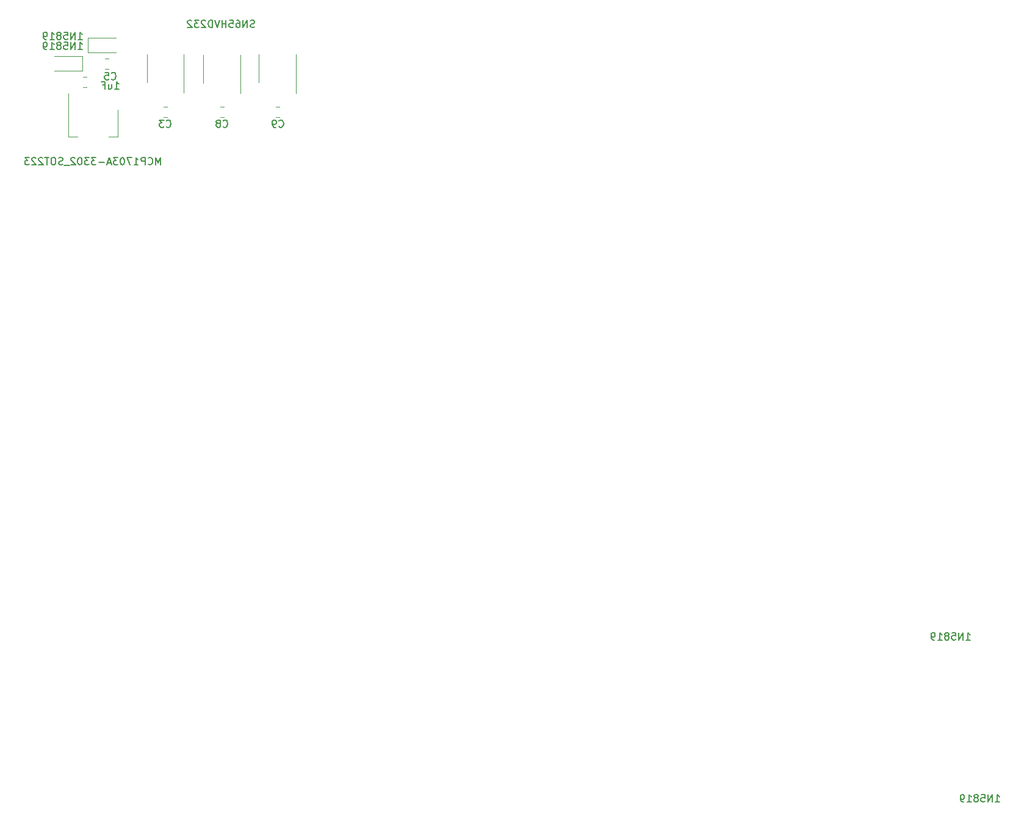
<source format=gbr>
G04 #@! TF.GenerationSoftware,KiCad,Pcbnew,5.1.5+dfsg1-2build2*
G04 #@! TF.CreationDate,2020-08-14T19:59:24+10:00*
G04 #@! TF.ProjectId,sid-board-v3_blocklayout,7369642d-626f-4617-9264-2d76335f626c,rev?*
G04 #@! TF.SameCoordinates,Original*
G04 #@! TF.FileFunction,Legend,Bot*
G04 #@! TF.FilePolarity,Positive*
%FSLAX46Y46*%
G04 Gerber Fmt 4.6, Leading zero omitted, Abs format (unit mm)*
G04 Created by KiCad (PCBNEW 5.1.5+dfsg1-2build2) date 2020-08-14 19:59:24*
%MOMM*%
%LPD*%
G04 APERTURE LIST*
%ADD10C,0.120000*%
%ADD11C,0.150000*%
G04 APERTURE END LIST*
D10*
X123734000Y-82661000D02*
X127634000Y-82661000D01*
X123734000Y-80661000D02*
X127634000Y-80661000D01*
X123734000Y-82661000D02*
X123734000Y-80661000D01*
X147506420Y-84861825D02*
X147506420Y-82911825D01*
X147506420Y-84861825D02*
X147506420Y-86811825D01*
X152626420Y-84861825D02*
X152626420Y-82911825D01*
X152626420Y-84861825D02*
X152626420Y-88311825D01*
X121079000Y-88363252D02*
X121079000Y-94373252D01*
X127899000Y-90613252D02*
X127899000Y-94373252D01*
X121079000Y-94373252D02*
X122339000Y-94373252D01*
X127899000Y-94373252D02*
X126639000Y-94373252D01*
X142105748Y-91642000D02*
X142628252Y-91642000D01*
X142105748Y-90222000D02*
X142628252Y-90222000D01*
X149852748Y-90222000D02*
X150375252Y-90222000D01*
X149852748Y-91642000D02*
X150375252Y-91642000D01*
X144911877Y-84907159D02*
X144911877Y-88357159D01*
X144911877Y-84907159D02*
X144911877Y-82957159D01*
X139791877Y-84907159D02*
X139791877Y-86857159D01*
X139791877Y-84907159D02*
X139791877Y-82957159D01*
X123027000Y-83201000D02*
X119127000Y-83201000D01*
X123027000Y-85201000D02*
X119127000Y-85201000D01*
X123027000Y-83201000D02*
X123027000Y-85201000D01*
X134231748Y-91642000D02*
X134754252Y-91642000D01*
X134231748Y-90222000D02*
X134754252Y-90222000D01*
X123055748Y-86031000D02*
X123578252Y-86031000D01*
X123055748Y-87451000D02*
X123578252Y-87451000D01*
X137071485Y-84836000D02*
X137071485Y-88286000D01*
X137071485Y-84836000D02*
X137071485Y-82886000D01*
X131951485Y-84836000D02*
X131951485Y-86786000D01*
X131951485Y-84836000D02*
X131951485Y-82886000D01*
X126626252Y-83491000D02*
X126103748Y-83491000D01*
X126626252Y-84911000D02*
X126103748Y-84911000D01*
D11*
X245601857Y-164155380D02*
X246173285Y-164155380D01*
X245887571Y-164155380D02*
X245887571Y-163155380D01*
X245982809Y-163298238D01*
X246078047Y-163393476D01*
X246173285Y-163441095D01*
X245173285Y-164155380D02*
X245173285Y-163155380D01*
X244601857Y-164155380D01*
X244601857Y-163155380D01*
X243649476Y-163155380D02*
X244125666Y-163155380D01*
X244173285Y-163631571D01*
X244125666Y-163583952D01*
X244030428Y-163536333D01*
X243792333Y-163536333D01*
X243697095Y-163583952D01*
X243649476Y-163631571D01*
X243601857Y-163726809D01*
X243601857Y-163964904D01*
X243649476Y-164060142D01*
X243697095Y-164107761D01*
X243792333Y-164155380D01*
X244030428Y-164155380D01*
X244125666Y-164107761D01*
X244173285Y-164060142D01*
X243030428Y-163583952D02*
X243125666Y-163536333D01*
X243173285Y-163488714D01*
X243220904Y-163393476D01*
X243220904Y-163345857D01*
X243173285Y-163250619D01*
X243125666Y-163203000D01*
X243030428Y-163155380D01*
X242839952Y-163155380D01*
X242744714Y-163203000D01*
X242697095Y-163250619D01*
X242649476Y-163345857D01*
X242649476Y-163393476D01*
X242697095Y-163488714D01*
X242744714Y-163536333D01*
X242839952Y-163583952D01*
X243030428Y-163583952D01*
X243125666Y-163631571D01*
X243173285Y-163679190D01*
X243220904Y-163774428D01*
X243220904Y-163964904D01*
X243173285Y-164060142D01*
X243125666Y-164107761D01*
X243030428Y-164155380D01*
X242839952Y-164155380D01*
X242744714Y-164107761D01*
X242697095Y-164060142D01*
X242649476Y-163964904D01*
X242649476Y-163774428D01*
X242697095Y-163679190D01*
X242744714Y-163631571D01*
X242839952Y-163583952D01*
X241697095Y-164155380D02*
X242268523Y-164155380D01*
X241982809Y-164155380D02*
X241982809Y-163155380D01*
X242078047Y-163298238D01*
X242173285Y-163393476D01*
X242268523Y-163441095D01*
X241220904Y-164155380D02*
X241030428Y-164155380D01*
X240935190Y-164107761D01*
X240887571Y-164060142D01*
X240792333Y-163917285D01*
X240744714Y-163726809D01*
X240744714Y-163345857D01*
X240792333Y-163250619D01*
X240839952Y-163203000D01*
X240935190Y-163155380D01*
X241125666Y-163155380D01*
X241220904Y-163203000D01*
X241268523Y-163250619D01*
X241316142Y-163345857D01*
X241316142Y-163583952D01*
X241268523Y-163679190D01*
X241220904Y-163726809D01*
X241125666Y-163774428D01*
X240935190Y-163774428D01*
X240839952Y-163726809D01*
X240792333Y-163679190D01*
X240744714Y-163583952D01*
X249665857Y-186634380D02*
X250237285Y-186634380D01*
X249951571Y-186634380D02*
X249951571Y-185634380D01*
X250046809Y-185777238D01*
X250142047Y-185872476D01*
X250237285Y-185920095D01*
X249237285Y-186634380D02*
X249237285Y-185634380D01*
X248665857Y-186634380D01*
X248665857Y-185634380D01*
X247713476Y-185634380D02*
X248189666Y-185634380D01*
X248237285Y-186110571D01*
X248189666Y-186062952D01*
X248094428Y-186015333D01*
X247856333Y-186015333D01*
X247761095Y-186062952D01*
X247713476Y-186110571D01*
X247665857Y-186205809D01*
X247665857Y-186443904D01*
X247713476Y-186539142D01*
X247761095Y-186586761D01*
X247856333Y-186634380D01*
X248094428Y-186634380D01*
X248189666Y-186586761D01*
X248237285Y-186539142D01*
X247094428Y-186062952D02*
X247189666Y-186015333D01*
X247237285Y-185967714D01*
X247284904Y-185872476D01*
X247284904Y-185824857D01*
X247237285Y-185729619D01*
X247189666Y-185682000D01*
X247094428Y-185634380D01*
X246903952Y-185634380D01*
X246808714Y-185682000D01*
X246761095Y-185729619D01*
X246713476Y-185824857D01*
X246713476Y-185872476D01*
X246761095Y-185967714D01*
X246808714Y-186015333D01*
X246903952Y-186062952D01*
X247094428Y-186062952D01*
X247189666Y-186110571D01*
X247237285Y-186158190D01*
X247284904Y-186253428D01*
X247284904Y-186443904D01*
X247237285Y-186539142D01*
X247189666Y-186586761D01*
X247094428Y-186634380D01*
X246903952Y-186634380D01*
X246808714Y-186586761D01*
X246761095Y-186539142D01*
X246713476Y-186443904D01*
X246713476Y-186253428D01*
X246761095Y-186158190D01*
X246808714Y-186110571D01*
X246903952Y-186062952D01*
X245761095Y-186634380D02*
X246332523Y-186634380D01*
X246046809Y-186634380D02*
X246046809Y-185634380D01*
X246142047Y-185777238D01*
X246237285Y-185872476D01*
X246332523Y-185920095D01*
X245284904Y-186634380D02*
X245094428Y-186634380D01*
X244999190Y-186586761D01*
X244951571Y-186539142D01*
X244856333Y-186396285D01*
X244808714Y-186205809D01*
X244808714Y-185824857D01*
X244856333Y-185729619D01*
X244903952Y-185682000D01*
X244999190Y-185634380D01*
X245189666Y-185634380D01*
X245284904Y-185682000D01*
X245332523Y-185729619D01*
X245380142Y-185824857D01*
X245380142Y-186062952D01*
X245332523Y-186158190D01*
X245284904Y-186205809D01*
X245189666Y-186253428D01*
X244999190Y-186253428D01*
X244903952Y-186205809D01*
X244856333Y-186158190D01*
X244808714Y-186062952D01*
X122411857Y-80843380D02*
X122983285Y-80843380D01*
X122697571Y-80843380D02*
X122697571Y-79843380D01*
X122792809Y-79986238D01*
X122888047Y-80081476D01*
X122983285Y-80129095D01*
X121983285Y-80843380D02*
X121983285Y-79843380D01*
X121411857Y-80843380D01*
X121411857Y-79843380D01*
X120459476Y-79843380D02*
X120935666Y-79843380D01*
X120983285Y-80319571D01*
X120935666Y-80271952D01*
X120840428Y-80224333D01*
X120602333Y-80224333D01*
X120507095Y-80271952D01*
X120459476Y-80319571D01*
X120411857Y-80414809D01*
X120411857Y-80652904D01*
X120459476Y-80748142D01*
X120507095Y-80795761D01*
X120602333Y-80843380D01*
X120840428Y-80843380D01*
X120935666Y-80795761D01*
X120983285Y-80748142D01*
X119840428Y-80271952D02*
X119935666Y-80224333D01*
X119983285Y-80176714D01*
X120030904Y-80081476D01*
X120030904Y-80033857D01*
X119983285Y-79938619D01*
X119935666Y-79891000D01*
X119840428Y-79843380D01*
X119649952Y-79843380D01*
X119554714Y-79891000D01*
X119507095Y-79938619D01*
X119459476Y-80033857D01*
X119459476Y-80081476D01*
X119507095Y-80176714D01*
X119554714Y-80224333D01*
X119649952Y-80271952D01*
X119840428Y-80271952D01*
X119935666Y-80319571D01*
X119983285Y-80367190D01*
X120030904Y-80462428D01*
X120030904Y-80652904D01*
X119983285Y-80748142D01*
X119935666Y-80795761D01*
X119840428Y-80843380D01*
X119649952Y-80843380D01*
X119554714Y-80795761D01*
X119507095Y-80748142D01*
X119459476Y-80652904D01*
X119459476Y-80462428D01*
X119507095Y-80367190D01*
X119554714Y-80319571D01*
X119649952Y-80271952D01*
X118507095Y-80843380D02*
X119078523Y-80843380D01*
X118792809Y-80843380D02*
X118792809Y-79843380D01*
X118888047Y-79986238D01*
X118983285Y-80081476D01*
X119078523Y-80129095D01*
X118030904Y-80843380D02*
X117840428Y-80843380D01*
X117745190Y-80795761D01*
X117697571Y-80748142D01*
X117602333Y-80605285D01*
X117554714Y-80414809D01*
X117554714Y-80033857D01*
X117602333Y-79938619D01*
X117649952Y-79891000D01*
X117745190Y-79843380D01*
X117935666Y-79843380D01*
X118030904Y-79891000D01*
X118078523Y-79938619D01*
X118126142Y-80033857D01*
X118126142Y-80271952D01*
X118078523Y-80367190D01*
X118030904Y-80414809D01*
X117935666Y-80462428D01*
X117745190Y-80462428D01*
X117649952Y-80414809D01*
X117602333Y-80367190D01*
X117554714Y-80271952D01*
X133840952Y-98242380D02*
X133840952Y-97242380D01*
X133507619Y-97956666D01*
X133174285Y-97242380D01*
X133174285Y-98242380D01*
X132126666Y-98147142D02*
X132174285Y-98194761D01*
X132317142Y-98242380D01*
X132412380Y-98242380D01*
X132555238Y-98194761D01*
X132650476Y-98099523D01*
X132698095Y-98004285D01*
X132745714Y-97813809D01*
X132745714Y-97670952D01*
X132698095Y-97480476D01*
X132650476Y-97385238D01*
X132555238Y-97290000D01*
X132412380Y-97242380D01*
X132317142Y-97242380D01*
X132174285Y-97290000D01*
X132126666Y-97337619D01*
X131698095Y-98242380D02*
X131698095Y-97242380D01*
X131317142Y-97242380D01*
X131221904Y-97290000D01*
X131174285Y-97337619D01*
X131126666Y-97432857D01*
X131126666Y-97575714D01*
X131174285Y-97670952D01*
X131221904Y-97718571D01*
X131317142Y-97766190D01*
X131698095Y-97766190D01*
X130174285Y-98242380D02*
X130745714Y-98242380D01*
X130460000Y-98242380D02*
X130460000Y-97242380D01*
X130555238Y-97385238D01*
X130650476Y-97480476D01*
X130745714Y-97528095D01*
X129840952Y-97242380D02*
X129174285Y-97242380D01*
X129602857Y-98242380D01*
X128602857Y-97242380D02*
X128507619Y-97242380D01*
X128412380Y-97290000D01*
X128364761Y-97337619D01*
X128317142Y-97432857D01*
X128269523Y-97623333D01*
X128269523Y-97861428D01*
X128317142Y-98051904D01*
X128364761Y-98147142D01*
X128412380Y-98194761D01*
X128507619Y-98242380D01*
X128602857Y-98242380D01*
X128698095Y-98194761D01*
X128745714Y-98147142D01*
X128793333Y-98051904D01*
X128840952Y-97861428D01*
X128840952Y-97623333D01*
X128793333Y-97432857D01*
X128745714Y-97337619D01*
X128698095Y-97290000D01*
X128602857Y-97242380D01*
X127936190Y-97242380D02*
X127317142Y-97242380D01*
X127650476Y-97623333D01*
X127507619Y-97623333D01*
X127412380Y-97670952D01*
X127364761Y-97718571D01*
X127317142Y-97813809D01*
X127317142Y-98051904D01*
X127364761Y-98147142D01*
X127412380Y-98194761D01*
X127507619Y-98242380D01*
X127793333Y-98242380D01*
X127888571Y-98194761D01*
X127936190Y-98147142D01*
X126936190Y-97956666D02*
X126460000Y-97956666D01*
X127031428Y-98242380D02*
X126698095Y-97242380D01*
X126364761Y-98242380D01*
X126031428Y-97861428D02*
X125269523Y-97861428D01*
X124888571Y-97242380D02*
X124269523Y-97242380D01*
X124602857Y-97623333D01*
X124460000Y-97623333D01*
X124364761Y-97670952D01*
X124317142Y-97718571D01*
X124269523Y-97813809D01*
X124269523Y-98051904D01*
X124317142Y-98147142D01*
X124364761Y-98194761D01*
X124460000Y-98242380D01*
X124745714Y-98242380D01*
X124840952Y-98194761D01*
X124888571Y-98147142D01*
X123936190Y-97242380D02*
X123317142Y-97242380D01*
X123650476Y-97623333D01*
X123507619Y-97623333D01*
X123412380Y-97670952D01*
X123364761Y-97718571D01*
X123317142Y-97813809D01*
X123317142Y-98051904D01*
X123364761Y-98147142D01*
X123412380Y-98194761D01*
X123507619Y-98242380D01*
X123793333Y-98242380D01*
X123888571Y-98194761D01*
X123936190Y-98147142D01*
X122698095Y-97242380D02*
X122602857Y-97242380D01*
X122507619Y-97290000D01*
X122460000Y-97337619D01*
X122412380Y-97432857D01*
X122364761Y-97623333D01*
X122364761Y-97861428D01*
X122412380Y-98051904D01*
X122460000Y-98147142D01*
X122507619Y-98194761D01*
X122602857Y-98242380D01*
X122698095Y-98242380D01*
X122793333Y-98194761D01*
X122840952Y-98147142D01*
X122888571Y-98051904D01*
X122936190Y-97861428D01*
X122936190Y-97623333D01*
X122888571Y-97432857D01*
X122840952Y-97337619D01*
X122793333Y-97290000D01*
X122698095Y-97242380D01*
X121983809Y-97337619D02*
X121936190Y-97290000D01*
X121840952Y-97242380D01*
X121602857Y-97242380D01*
X121507619Y-97290000D01*
X121460000Y-97337619D01*
X121412380Y-97432857D01*
X121412380Y-97528095D01*
X121460000Y-97670952D01*
X122031428Y-98242380D01*
X121412380Y-98242380D01*
X121221904Y-98337619D02*
X120460000Y-98337619D01*
X120269523Y-98194761D02*
X120126666Y-98242380D01*
X119888571Y-98242380D01*
X119793333Y-98194761D01*
X119745714Y-98147142D01*
X119698095Y-98051904D01*
X119698095Y-97956666D01*
X119745714Y-97861428D01*
X119793333Y-97813809D01*
X119888571Y-97766190D01*
X120079047Y-97718571D01*
X120174285Y-97670952D01*
X120221904Y-97623333D01*
X120269523Y-97528095D01*
X120269523Y-97432857D01*
X120221904Y-97337619D01*
X120174285Y-97290000D01*
X120079047Y-97242380D01*
X119840952Y-97242380D01*
X119698095Y-97290000D01*
X119079047Y-97242380D02*
X118888571Y-97242380D01*
X118793333Y-97290000D01*
X118698095Y-97385238D01*
X118650476Y-97575714D01*
X118650476Y-97909047D01*
X118698095Y-98099523D01*
X118793333Y-98194761D01*
X118888571Y-98242380D01*
X119079047Y-98242380D01*
X119174285Y-98194761D01*
X119269523Y-98099523D01*
X119317142Y-97909047D01*
X119317142Y-97575714D01*
X119269523Y-97385238D01*
X119174285Y-97290000D01*
X119079047Y-97242380D01*
X118364761Y-97242380D02*
X117793333Y-97242380D01*
X118079047Y-98242380D02*
X118079047Y-97242380D01*
X117507619Y-97337619D02*
X117460000Y-97290000D01*
X117364761Y-97242380D01*
X117126666Y-97242380D01*
X117031428Y-97290000D01*
X116983809Y-97337619D01*
X116936190Y-97432857D01*
X116936190Y-97528095D01*
X116983809Y-97670952D01*
X117555238Y-98242380D01*
X116936190Y-98242380D01*
X116555238Y-97337619D02*
X116507619Y-97290000D01*
X116412380Y-97242380D01*
X116174285Y-97242380D01*
X116079047Y-97290000D01*
X116031428Y-97337619D01*
X115983809Y-97432857D01*
X115983809Y-97528095D01*
X116031428Y-97670952D01*
X116602857Y-98242380D01*
X115983809Y-98242380D01*
X115650476Y-97242380D02*
X115031428Y-97242380D01*
X115364761Y-97623333D01*
X115221904Y-97623333D01*
X115126666Y-97670952D01*
X115079047Y-97718571D01*
X115031428Y-97813809D01*
X115031428Y-98051904D01*
X115079047Y-98147142D01*
X115126666Y-98194761D01*
X115221904Y-98242380D01*
X115507619Y-98242380D01*
X115602857Y-98194761D01*
X115650476Y-98147142D01*
X142533666Y-92940142D02*
X142581285Y-92987761D01*
X142724142Y-93035380D01*
X142819380Y-93035380D01*
X142962238Y-92987761D01*
X143057476Y-92892523D01*
X143105095Y-92797285D01*
X143152714Y-92606809D01*
X143152714Y-92463952D01*
X143105095Y-92273476D01*
X143057476Y-92178238D01*
X142962238Y-92083000D01*
X142819380Y-92035380D01*
X142724142Y-92035380D01*
X142581285Y-92083000D01*
X142533666Y-92130619D01*
X141962238Y-92463952D02*
X142057476Y-92416333D01*
X142105095Y-92368714D01*
X142152714Y-92273476D01*
X142152714Y-92225857D01*
X142105095Y-92130619D01*
X142057476Y-92083000D01*
X141962238Y-92035380D01*
X141771761Y-92035380D01*
X141676523Y-92083000D01*
X141628904Y-92130619D01*
X141581285Y-92225857D01*
X141581285Y-92273476D01*
X141628904Y-92368714D01*
X141676523Y-92416333D01*
X141771761Y-92463952D01*
X141962238Y-92463952D01*
X142057476Y-92511571D01*
X142105095Y-92559190D01*
X142152714Y-92654428D01*
X142152714Y-92844904D01*
X142105095Y-92940142D01*
X142057476Y-92987761D01*
X141962238Y-93035380D01*
X141771761Y-93035380D01*
X141676523Y-92987761D01*
X141628904Y-92940142D01*
X141581285Y-92844904D01*
X141581285Y-92654428D01*
X141628904Y-92559190D01*
X141676523Y-92511571D01*
X141771761Y-92463952D01*
X150280666Y-92940142D02*
X150328285Y-92987761D01*
X150471142Y-93035380D01*
X150566380Y-93035380D01*
X150709238Y-92987761D01*
X150804476Y-92892523D01*
X150852095Y-92797285D01*
X150899714Y-92606809D01*
X150899714Y-92463952D01*
X150852095Y-92273476D01*
X150804476Y-92178238D01*
X150709238Y-92083000D01*
X150566380Y-92035380D01*
X150471142Y-92035380D01*
X150328285Y-92083000D01*
X150280666Y-92130619D01*
X149804476Y-93035380D02*
X149614000Y-93035380D01*
X149518761Y-92987761D01*
X149471142Y-92940142D01*
X149375904Y-92797285D01*
X149328285Y-92606809D01*
X149328285Y-92225857D01*
X149375904Y-92130619D01*
X149423523Y-92083000D01*
X149518761Y-92035380D01*
X149709238Y-92035380D01*
X149804476Y-92083000D01*
X149852095Y-92130619D01*
X149899714Y-92225857D01*
X149899714Y-92463952D01*
X149852095Y-92559190D01*
X149804476Y-92606809D01*
X149709238Y-92654428D01*
X149518761Y-92654428D01*
X149423523Y-92606809D01*
X149375904Y-92559190D01*
X149328285Y-92463952D01*
X146882857Y-79144761D02*
X146740000Y-79192380D01*
X146501904Y-79192380D01*
X146406666Y-79144761D01*
X146359047Y-79097142D01*
X146311428Y-79001904D01*
X146311428Y-78906666D01*
X146359047Y-78811428D01*
X146406666Y-78763809D01*
X146501904Y-78716190D01*
X146692380Y-78668571D01*
X146787619Y-78620952D01*
X146835238Y-78573333D01*
X146882857Y-78478095D01*
X146882857Y-78382857D01*
X146835238Y-78287619D01*
X146787619Y-78240000D01*
X146692380Y-78192380D01*
X146454285Y-78192380D01*
X146311428Y-78240000D01*
X145882857Y-79192380D02*
X145882857Y-78192380D01*
X145311428Y-79192380D01*
X145311428Y-78192380D01*
X144406666Y-78192380D02*
X144597142Y-78192380D01*
X144692380Y-78240000D01*
X144740000Y-78287619D01*
X144835238Y-78430476D01*
X144882857Y-78620952D01*
X144882857Y-79001904D01*
X144835238Y-79097142D01*
X144787619Y-79144761D01*
X144692380Y-79192380D01*
X144501904Y-79192380D01*
X144406666Y-79144761D01*
X144359047Y-79097142D01*
X144311428Y-79001904D01*
X144311428Y-78763809D01*
X144359047Y-78668571D01*
X144406666Y-78620952D01*
X144501904Y-78573333D01*
X144692380Y-78573333D01*
X144787619Y-78620952D01*
X144835238Y-78668571D01*
X144882857Y-78763809D01*
X143406666Y-78192380D02*
X143882857Y-78192380D01*
X143930476Y-78668571D01*
X143882857Y-78620952D01*
X143787619Y-78573333D01*
X143549523Y-78573333D01*
X143454285Y-78620952D01*
X143406666Y-78668571D01*
X143359047Y-78763809D01*
X143359047Y-79001904D01*
X143406666Y-79097142D01*
X143454285Y-79144761D01*
X143549523Y-79192380D01*
X143787619Y-79192380D01*
X143882857Y-79144761D01*
X143930476Y-79097142D01*
X142930476Y-79192380D02*
X142930476Y-78192380D01*
X142930476Y-78668571D02*
X142359047Y-78668571D01*
X142359047Y-79192380D02*
X142359047Y-78192380D01*
X142025714Y-78192380D02*
X141692380Y-79192380D01*
X141359047Y-78192380D01*
X141025714Y-79192380D02*
X141025714Y-78192380D01*
X140787619Y-78192380D01*
X140644761Y-78240000D01*
X140549523Y-78335238D01*
X140501904Y-78430476D01*
X140454285Y-78620952D01*
X140454285Y-78763809D01*
X140501904Y-78954285D01*
X140549523Y-79049523D01*
X140644761Y-79144761D01*
X140787619Y-79192380D01*
X141025714Y-79192380D01*
X140073333Y-78287619D02*
X140025714Y-78240000D01*
X139930476Y-78192380D01*
X139692380Y-78192380D01*
X139597142Y-78240000D01*
X139549523Y-78287619D01*
X139501904Y-78382857D01*
X139501904Y-78478095D01*
X139549523Y-78620952D01*
X140120952Y-79192380D01*
X139501904Y-79192380D01*
X139168571Y-78192380D02*
X138549523Y-78192380D01*
X138882857Y-78573333D01*
X138740000Y-78573333D01*
X138644761Y-78620952D01*
X138597142Y-78668571D01*
X138549523Y-78763809D01*
X138549523Y-79001904D01*
X138597142Y-79097142D01*
X138644761Y-79144761D01*
X138740000Y-79192380D01*
X139025714Y-79192380D01*
X139120952Y-79144761D01*
X139168571Y-79097142D01*
X138168571Y-78287619D02*
X138120952Y-78240000D01*
X138025714Y-78192380D01*
X137787619Y-78192380D01*
X137692380Y-78240000D01*
X137644761Y-78287619D01*
X137597142Y-78382857D01*
X137597142Y-78478095D01*
X137644761Y-78620952D01*
X138216190Y-79192380D01*
X137597142Y-79192380D01*
X122411857Y-82240380D02*
X122983285Y-82240380D01*
X122697571Y-82240380D02*
X122697571Y-81240380D01*
X122792809Y-81383238D01*
X122888047Y-81478476D01*
X122983285Y-81526095D01*
X121983285Y-82240380D02*
X121983285Y-81240380D01*
X121411857Y-82240380D01*
X121411857Y-81240380D01*
X120459476Y-81240380D02*
X120935666Y-81240380D01*
X120983285Y-81716571D01*
X120935666Y-81668952D01*
X120840428Y-81621333D01*
X120602333Y-81621333D01*
X120507095Y-81668952D01*
X120459476Y-81716571D01*
X120411857Y-81811809D01*
X120411857Y-82049904D01*
X120459476Y-82145142D01*
X120507095Y-82192761D01*
X120602333Y-82240380D01*
X120840428Y-82240380D01*
X120935666Y-82192761D01*
X120983285Y-82145142D01*
X119840428Y-81668952D02*
X119935666Y-81621333D01*
X119983285Y-81573714D01*
X120030904Y-81478476D01*
X120030904Y-81430857D01*
X119983285Y-81335619D01*
X119935666Y-81288000D01*
X119840428Y-81240380D01*
X119649952Y-81240380D01*
X119554714Y-81288000D01*
X119507095Y-81335619D01*
X119459476Y-81430857D01*
X119459476Y-81478476D01*
X119507095Y-81573714D01*
X119554714Y-81621333D01*
X119649952Y-81668952D01*
X119840428Y-81668952D01*
X119935666Y-81716571D01*
X119983285Y-81764190D01*
X120030904Y-81859428D01*
X120030904Y-82049904D01*
X119983285Y-82145142D01*
X119935666Y-82192761D01*
X119840428Y-82240380D01*
X119649952Y-82240380D01*
X119554714Y-82192761D01*
X119507095Y-82145142D01*
X119459476Y-82049904D01*
X119459476Y-81859428D01*
X119507095Y-81764190D01*
X119554714Y-81716571D01*
X119649952Y-81668952D01*
X118507095Y-82240380D02*
X119078523Y-82240380D01*
X118792809Y-82240380D02*
X118792809Y-81240380D01*
X118888047Y-81383238D01*
X118983285Y-81478476D01*
X119078523Y-81526095D01*
X118030904Y-82240380D02*
X117840428Y-82240380D01*
X117745190Y-82192761D01*
X117697571Y-82145142D01*
X117602333Y-82002285D01*
X117554714Y-81811809D01*
X117554714Y-81430857D01*
X117602333Y-81335619D01*
X117649952Y-81288000D01*
X117745190Y-81240380D01*
X117935666Y-81240380D01*
X118030904Y-81288000D01*
X118078523Y-81335619D01*
X118126142Y-81430857D01*
X118126142Y-81668952D01*
X118078523Y-81764190D01*
X118030904Y-81811809D01*
X117935666Y-81859428D01*
X117745190Y-81859428D01*
X117649952Y-81811809D01*
X117602333Y-81764190D01*
X117554714Y-81668952D01*
X134659666Y-92940142D02*
X134707285Y-92987761D01*
X134850142Y-93035380D01*
X134945380Y-93035380D01*
X135088238Y-92987761D01*
X135183476Y-92892523D01*
X135231095Y-92797285D01*
X135278714Y-92606809D01*
X135278714Y-92463952D01*
X135231095Y-92273476D01*
X135183476Y-92178238D01*
X135088238Y-92083000D01*
X134945380Y-92035380D01*
X134850142Y-92035380D01*
X134707285Y-92083000D01*
X134659666Y-92130619D01*
X134326333Y-92035380D02*
X133707285Y-92035380D01*
X134040619Y-92416333D01*
X133897761Y-92416333D01*
X133802523Y-92463952D01*
X133754904Y-92511571D01*
X133707285Y-92606809D01*
X133707285Y-92844904D01*
X133754904Y-92940142D01*
X133802523Y-92987761D01*
X133897761Y-93035380D01*
X134183476Y-93035380D01*
X134278714Y-92987761D01*
X134326333Y-92940142D01*
X127468238Y-87701380D02*
X128039666Y-87701380D01*
X127753952Y-87701380D02*
X127753952Y-86701380D01*
X127849190Y-86844238D01*
X127944428Y-86939476D01*
X128039666Y-86987095D01*
X126611095Y-87034714D02*
X126611095Y-87701380D01*
X127039666Y-87034714D02*
X127039666Y-87558523D01*
X126992047Y-87653761D01*
X126896809Y-87701380D01*
X126753952Y-87701380D01*
X126658714Y-87653761D01*
X126611095Y-87606142D01*
X125801571Y-87177571D02*
X126134904Y-87177571D01*
X126134904Y-87701380D02*
X126134904Y-86701380D01*
X125658714Y-86701380D01*
X127039666Y-86336142D02*
X127087285Y-86383761D01*
X127230142Y-86431380D01*
X127325380Y-86431380D01*
X127468238Y-86383761D01*
X127563476Y-86288523D01*
X127611095Y-86193285D01*
X127658714Y-86002809D01*
X127658714Y-85859952D01*
X127611095Y-85669476D01*
X127563476Y-85574238D01*
X127468238Y-85479000D01*
X127325380Y-85431380D01*
X127230142Y-85431380D01*
X127087285Y-85479000D01*
X127039666Y-85526619D01*
X126134904Y-85431380D02*
X126611095Y-85431380D01*
X126658714Y-85907571D01*
X126611095Y-85859952D01*
X126515857Y-85812333D01*
X126277761Y-85812333D01*
X126182523Y-85859952D01*
X126134904Y-85907571D01*
X126087285Y-86002809D01*
X126087285Y-86240904D01*
X126134904Y-86336142D01*
X126182523Y-86383761D01*
X126277761Y-86431380D01*
X126515857Y-86431380D01*
X126611095Y-86383761D01*
X126658714Y-86336142D01*
M02*

</source>
